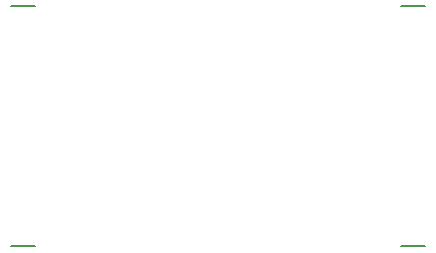
<source format=gbr>
G04 EAGLE Gerber RS-274X export*
G75*
%MOMM*%
%FSLAX34Y34*%
%LPD*%
%INSilkscreen Bottom*%
%IPPOS*%
%AMOC8*
5,1,8,0,0,1.08239X$1,22.5*%
G01*
%ADD10C,0.127000*%


D10*
X391000Y202800D02*
X371000Y202800D01*
X371000Y406000D02*
X391000Y406000D01*
X60800Y406000D02*
X40800Y406000D01*
X40800Y202800D02*
X60800Y202800D01*
M02*

</source>
